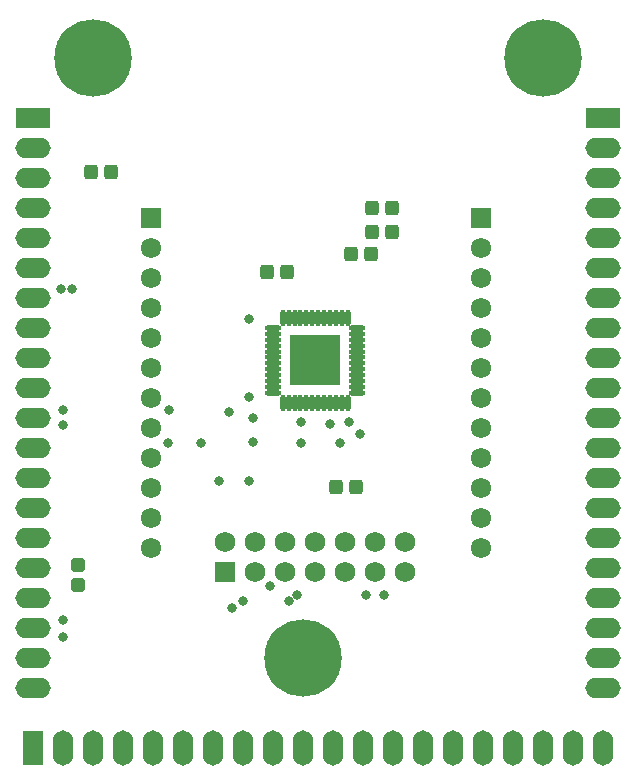
<source format=gts>
G04 Layer_Color=8388736*
%FSLAX25Y25*%
%MOIN*%
G70*
G01*
G75*
%ADD37O,0.05524X0.01784*%
%ADD38O,0.01784X0.05524*%
%ADD39R,0.16942X0.16942*%
G04:AMPARAMS|DCode=40|XSize=47.37mil|YSize=43.43mil|CornerRadius=8.43mil|HoleSize=0mil|Usage=FLASHONLY|Rotation=0.000|XOffset=0mil|YOffset=0mil|HoleType=Round|Shape=RoundedRectangle|*
%AMROUNDEDRECTD40*
21,1,0.04737,0.02658,0,0,0.0*
21,1,0.03051,0.04343,0,0,0.0*
1,1,0.01686,0.01526,-0.01329*
1,1,0.01686,-0.01526,-0.01329*
1,1,0.01686,-0.01526,0.01329*
1,1,0.01686,0.01526,0.01329*
%
%ADD40ROUNDEDRECTD40*%
G04:AMPARAMS|DCode=41|XSize=47.37mil|YSize=43.43mil|CornerRadius=8.43mil|HoleSize=0mil|Usage=FLASHONLY|Rotation=90.000|XOffset=0mil|YOffset=0mil|HoleType=Round|Shape=RoundedRectangle|*
%AMROUNDEDRECTD41*
21,1,0.04737,0.02658,0,0,90.0*
21,1,0.03051,0.04343,0,0,90.0*
1,1,0.01686,0.01329,0.01526*
1,1,0.01686,0.01329,-0.01526*
1,1,0.01686,-0.01329,-0.01526*
1,1,0.01686,-0.01329,0.01526*
%
%ADD41ROUNDEDRECTD41*%
%ADD42C,0.25800*%
%ADD43R,0.11800X0.06800*%
%ADD44O,0.11800X0.06800*%
%ADD45R,0.06800X0.11800*%
%ADD46O,0.06800X0.11800*%
%ADD47R,0.06902X0.06902*%
%ADD48C,0.06902*%
%ADD49C,0.06784*%
%ADD50R,0.06784X0.06784*%
%ADD51C,0.03162*%
%ADD52C,0.03200*%
D37*
X188035Y247902D02*
D03*
Y245933D02*
D03*
Y243965D02*
D03*
Y241996D02*
D03*
Y240028D02*
D03*
Y238059D02*
D03*
Y236090D02*
D03*
Y234122D02*
D03*
Y232154D02*
D03*
Y230185D02*
D03*
Y228217D02*
D03*
Y226248D02*
D03*
X216185D02*
D03*
Y228217D02*
D03*
Y230185D02*
D03*
Y232154D02*
D03*
Y234122D02*
D03*
Y236090D02*
D03*
Y238059D02*
D03*
Y240028D02*
D03*
Y241996D02*
D03*
Y243965D02*
D03*
Y245933D02*
D03*
Y247902D02*
D03*
D38*
X191284Y223000D02*
D03*
X193252D02*
D03*
X195220D02*
D03*
X197189D02*
D03*
X199158D02*
D03*
X201126D02*
D03*
X203095D02*
D03*
X205063D02*
D03*
X207031D02*
D03*
X209000D02*
D03*
X210968D02*
D03*
X212937D02*
D03*
Y251150D02*
D03*
X210968D02*
D03*
X209000D02*
D03*
X207031D02*
D03*
X205063D02*
D03*
X203095D02*
D03*
X201126D02*
D03*
X199158D02*
D03*
X197189D02*
D03*
X195220D02*
D03*
X193252D02*
D03*
X191284D02*
D03*
D39*
X202110Y237075D02*
D03*
D40*
X123000Y168846D02*
D03*
Y162153D02*
D03*
D41*
X215846Y195000D02*
D03*
X209154D02*
D03*
X127307Y300000D02*
D03*
X134000D02*
D03*
X214154Y272500D02*
D03*
X220847D02*
D03*
X227847Y280000D02*
D03*
X221153D02*
D03*
X227847Y288000D02*
D03*
X221153D02*
D03*
X192847Y266500D02*
D03*
X186153D02*
D03*
D42*
X198000Y138000D02*
D03*
X128000Y338000D02*
D03*
X278000D02*
D03*
D43*
X108000Y318000D02*
D03*
X298000D02*
D03*
D44*
X108000Y308000D02*
D03*
Y298000D02*
D03*
Y288000D02*
D03*
Y278000D02*
D03*
Y268000D02*
D03*
Y258000D02*
D03*
Y248000D02*
D03*
Y238000D02*
D03*
Y228000D02*
D03*
Y218000D02*
D03*
Y208000D02*
D03*
Y198000D02*
D03*
Y188000D02*
D03*
Y178000D02*
D03*
Y168000D02*
D03*
Y158000D02*
D03*
Y148000D02*
D03*
Y138000D02*
D03*
Y128000D02*
D03*
X298000Y308000D02*
D03*
Y298000D02*
D03*
Y288000D02*
D03*
Y278000D02*
D03*
Y268000D02*
D03*
Y258000D02*
D03*
Y248000D02*
D03*
Y238000D02*
D03*
Y228000D02*
D03*
Y218000D02*
D03*
Y208000D02*
D03*
Y198000D02*
D03*
Y188000D02*
D03*
Y178000D02*
D03*
Y168000D02*
D03*
Y158000D02*
D03*
Y148000D02*
D03*
Y138000D02*
D03*
Y128000D02*
D03*
D45*
X108000Y108000D02*
D03*
D46*
X118000D02*
D03*
X128000D02*
D03*
X138000D02*
D03*
X148000D02*
D03*
X158000D02*
D03*
X168000D02*
D03*
X178000D02*
D03*
X188000D02*
D03*
X198000D02*
D03*
X208000D02*
D03*
X218000D02*
D03*
X228000D02*
D03*
X238000D02*
D03*
X248000D02*
D03*
X258000D02*
D03*
X268000D02*
D03*
X278000D02*
D03*
X288000D02*
D03*
X298000D02*
D03*
D47*
X172000Y166500D02*
D03*
D48*
X182000D02*
D03*
X192000D02*
D03*
X202000D02*
D03*
X212000D02*
D03*
X222000D02*
D03*
X232000D02*
D03*
X172000Y176500D02*
D03*
X182000D02*
D03*
X192000D02*
D03*
X202000D02*
D03*
X212000D02*
D03*
X222000D02*
D03*
X232000D02*
D03*
D49*
X147500Y174500D02*
D03*
Y184500D02*
D03*
Y194500D02*
D03*
Y204500D02*
D03*
Y214500D02*
D03*
Y224500D02*
D03*
Y234500D02*
D03*
Y244500D02*
D03*
Y254500D02*
D03*
Y264500D02*
D03*
Y274500D02*
D03*
X257500Y174500D02*
D03*
Y184500D02*
D03*
Y194500D02*
D03*
Y204500D02*
D03*
Y214500D02*
D03*
Y224500D02*
D03*
Y234500D02*
D03*
Y244500D02*
D03*
Y254500D02*
D03*
Y264500D02*
D03*
Y274500D02*
D03*
D50*
X147500Y284500D02*
D03*
X257500D02*
D03*
D51*
X195614Y243571D02*
D03*
X199945D02*
D03*
X204276D02*
D03*
X208606D02*
D03*
X195614Y239240D02*
D03*
X199945D02*
D03*
X204276D02*
D03*
X208606D02*
D03*
X195614Y234910D02*
D03*
X199945D02*
D03*
X204276D02*
D03*
X208606D02*
D03*
X195614Y230579D02*
D03*
X199945D02*
D03*
X204276D02*
D03*
X208606D02*
D03*
D52*
X170000Y197000D02*
D03*
X117500Y261000D02*
D03*
X121000D02*
D03*
X118000Y220500D02*
D03*
Y215500D02*
D03*
X153500Y220500D02*
D03*
X173500Y220000D02*
D03*
X178000Y157000D02*
D03*
X193500D02*
D03*
X118000Y145000D02*
D03*
Y150500D02*
D03*
X196000Y159000D02*
D03*
X174500Y154500D02*
D03*
X187000Y162000D02*
D03*
X153000Y209500D02*
D03*
X164000D02*
D03*
X197500D02*
D03*
X210500D02*
D03*
X217000Y212500D02*
D03*
X197500Y216500D02*
D03*
X213500D02*
D03*
X207000Y216000D02*
D03*
X225000Y159000D02*
D03*
X219000D02*
D03*
X180000Y251000D02*
D03*
Y225000D02*
D03*
Y197000D02*
D03*
X181500Y210000D02*
D03*
Y218000D02*
D03*
M02*

</source>
